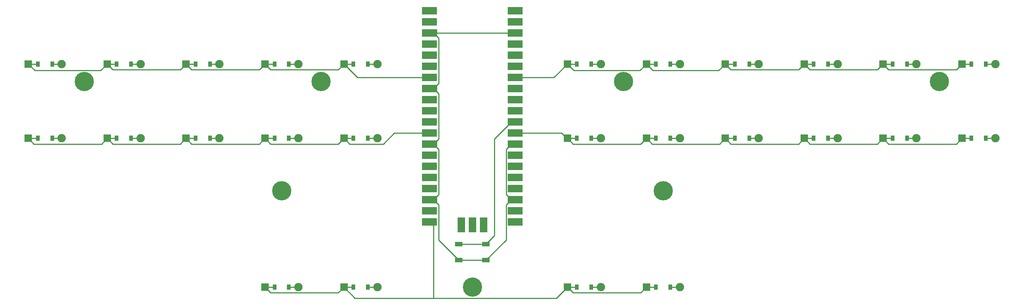
<source format=gbr>
%TF.GenerationSoftware,KiCad,Pcbnew,9.0.0*%
%TF.CreationDate,2025-03-09T18:38:06+01:00*%
%TF.ProjectId,pcb,7063622e-6b69-4636-9164-5f7063625858,v1.0.0*%
%TF.SameCoordinates,Original*%
%TF.FileFunction,Copper,L1,Top*%
%TF.FilePolarity,Positive*%
%FSLAX46Y46*%
G04 Gerber Fmt 4.6, Leading zero omitted, Abs format (unit mm)*
G04 Created by KiCad (PCBNEW 9.0.0) date 2025-03-09 18:38:06*
%MOMM*%
%LPD*%
G01*
G04 APERTURE LIST*
%TA.AperFunction,SMDPad,CuDef*%
%ADD10R,1.800000X1.100000*%
%TD*%
%TA.AperFunction,ComponentPad*%
%ADD11R,1.778000X1.778000*%
%TD*%
%TA.AperFunction,SMDPad,CuDef*%
%ADD12R,0.900000X1.200000*%
%TD*%
%TA.AperFunction,ComponentPad*%
%ADD13C,1.905000*%
%TD*%
%TA.AperFunction,ComponentPad*%
%ADD14C,0.700000*%
%TD*%
%TA.AperFunction,ComponentPad*%
%ADD15C,4.400000*%
%TD*%
%TA.AperFunction,ComponentPad*%
%ADD16O,1.700000X1.700000*%
%TD*%
%TA.AperFunction,SMDPad,CuDef*%
%ADD17R,3.500000X1.700000*%
%TD*%
%TA.AperFunction,ComponentPad*%
%ADD18R,1.700000X1.700000*%
%TD*%
%TA.AperFunction,SMDPad,CuDef*%
%ADD19R,1.700000X3.500000*%
%TD*%
%TA.AperFunction,Conductor*%
%ADD20C,0.250000*%
%TD*%
G04 APERTURE END LIST*
D10*
%TO.P,B1,1*%
%TO.N,GND*%
X200600000Y-132850000D03*
X194400000Y-132850000D03*
%TO.P,B1,2*%
%TO.N,RUN*%
X200600000Y-129150000D03*
X194400000Y-129150000D03*
%TD*%
D11*
%TO.P,D7,1*%
%TO.N,GP9*%
X150190000Y-105000000D03*
D12*
X152350000Y-105000000D03*
%TO.P,D7,2*%
%TO.N,index_bottom*%
X155650000Y-105000000D03*
D13*
X157810000Y-105000000D03*
%TD*%
D14*
%TO.P,_8,1*%
%TO.N,N/C*%
X195850000Y-139000000D03*
X196333274Y-137833274D03*
X196333274Y-140166726D03*
X197500000Y-137350000D03*
D15*
X197500000Y-139000000D03*
D14*
X197500000Y-140650000D03*
X198666726Y-137833274D03*
X198666726Y-140166726D03*
X199150000Y-139000000D03*
%TD*%
D11*
%TO.P,D14,1*%
%TO.N,GP28*%
X237190000Y-88000000D03*
D12*
X239350000Y-88000000D03*
%TO.P,D14,2*%
%TO.N,index_top*%
X242650000Y-88000000D03*
D13*
X244810000Y-88000000D03*
%TD*%
D11*
%TO.P,D18,1*%
%TO.N,GP28*%
X273190000Y-88000000D03*
D12*
X275350000Y-88000000D03*
%TO.P,D18,2*%
%TO.N,ring_top*%
X278650000Y-88000000D03*
D13*
X280810000Y-88000000D03*
%TD*%
D11*
%TO.P,D3,1*%
%TO.N,GP9*%
X114190000Y-105000000D03*
D12*
X116350000Y-105000000D03*
%TO.P,D3,2*%
%TO.N,ring_bottom*%
X119650000Y-105000000D03*
D13*
X121810000Y-105000000D03*
%TD*%
D11*
%TO.P,D6,1*%
%TO.N,GP5*%
X132190000Y-88000000D03*
D12*
X134350000Y-88000000D03*
%TO.P,D6,2*%
%TO.N,middle_top*%
X137650000Y-88000000D03*
D13*
X139810000Y-88000000D03*
%TD*%
D11*
%TO.P,D23,1*%
%TO.N,GP15*%
X150190000Y-139000000D03*
D12*
X152350000Y-139000000D03*
%TO.P,D23,2*%
%TO.N,outer_top*%
X155650000Y-139000000D03*
D13*
X157810000Y-139000000D03*
%TD*%
D11*
%TO.P,D17,1*%
%TO.N,GP22*%
X273190000Y-105000000D03*
D12*
X275350000Y-105000000D03*
%TO.P,D17,2*%
%TO.N,ring_bottom*%
X278650000Y-105000000D03*
D13*
X280810000Y-105000000D03*
%TD*%
D11*
%TO.P,D2,1*%
%TO.N,GP5*%
X96190000Y-88000000D03*
D12*
X98350000Y-88000000D03*
%TO.P,D2,2*%
%TO.N,pinky_top*%
X101650000Y-88000000D03*
D13*
X103810000Y-88000000D03*
%TD*%
D14*
%TO.P,_2,1*%
%TO.N,N/C*%
X107350000Y-92000000D03*
X107833274Y-90833274D03*
X107833274Y-93166726D03*
X109000000Y-90350000D03*
D15*
X109000000Y-92000000D03*
D14*
X109000000Y-93650000D03*
X110166726Y-90833274D03*
X110166726Y-93166726D03*
X110650000Y-92000000D03*
%TD*%
D11*
%TO.P,D16,1*%
%TO.N,GP28*%
X255190000Y-88000000D03*
D12*
X257350000Y-88000000D03*
%TO.P,D16,2*%
%TO.N,middle_top*%
X260650000Y-88000000D03*
D13*
X262810000Y-88000000D03*
%TD*%
D11*
%TO.P,D11,1*%
%TO.N,GP22*%
X219190000Y-105000000D03*
D12*
X221350000Y-105000000D03*
%TO.P,D11,2*%
%TO.N,inner_bottom*%
X224650000Y-105000000D03*
D13*
X226810000Y-105000000D03*
%TD*%
D14*
%TO.P,_6,1*%
%TO.N,N/C*%
X152350000Y-117000000D03*
X152833274Y-115833274D03*
X152833274Y-118166726D03*
X154000000Y-115350000D03*
D15*
X154000000Y-117000000D03*
D14*
X154000000Y-118650000D03*
X155166726Y-115833274D03*
X155166726Y-118166726D03*
X155650000Y-117000000D03*
%TD*%
D11*
%TO.P,D25,1*%
%TO.N,GP15*%
X219190000Y-139000000D03*
D12*
X221350000Y-139000000D03*
%TO.P,D25,2*%
%TO.N,inner_top*%
X224650000Y-139000000D03*
D13*
X226810000Y-139000000D03*
%TD*%
D11*
%TO.P,D21,1*%
%TO.N,GP22*%
X309190000Y-105000000D03*
D12*
X311350000Y-105000000D03*
%TO.P,D21,2*%
%TO.N,outer_bottom*%
X314650000Y-105000000D03*
D13*
X316810000Y-105000000D03*
%TD*%
D16*
%TO.P,_1,1*%
%TO.N,GP0*%
X188610000Y-75870000D03*
D17*
X187710000Y-75870000D03*
D16*
%TO.P,_1,2*%
%TO.N,GP1*%
X188610000Y-78410000D03*
D17*
X187710000Y-78410000D03*
D18*
%TO.P,_1,3*%
%TO.N,GND*%
X188610000Y-80950000D03*
D17*
X187710000Y-80950000D03*
D16*
%TO.P,_1,4*%
%TO.N,GP2*%
X188610000Y-83490000D03*
D17*
X187710000Y-83490000D03*
D16*
%TO.P,_1,5*%
%TO.N,GP3*%
X188610000Y-86030000D03*
D17*
X187710000Y-86030000D03*
D16*
%TO.P,_1,6*%
%TO.N,GP4*%
X188610000Y-88570000D03*
D17*
X187710000Y-88570000D03*
D16*
%TO.P,_1,7*%
%TO.N,GP5*%
X188610000Y-91110000D03*
D17*
X187710000Y-91110000D03*
D18*
%TO.P,_1,8*%
%TO.N,GND*%
X188610000Y-93650000D03*
D17*
X187710000Y-93650000D03*
D16*
%TO.P,_1,9*%
%TO.N,GP6*%
X188610000Y-96190000D03*
D17*
X187710000Y-96190000D03*
D16*
%TO.P,_1,10*%
%TO.N,GP7*%
X188610000Y-98730000D03*
D17*
X187710000Y-98730000D03*
D16*
%TO.P,_1,11*%
%TO.N,GP8*%
X188610000Y-101270000D03*
D17*
X187710000Y-101270000D03*
D16*
%TO.P,_1,12*%
%TO.N,GP9*%
X188610000Y-103810000D03*
D17*
X187710000Y-103810000D03*
D18*
%TO.P,_1,13*%
%TO.N,GND*%
X188610000Y-106350000D03*
D17*
X187710000Y-106350000D03*
D16*
%TO.P,_1,14*%
%TO.N,GP10*%
X188610000Y-108890000D03*
D17*
X187710000Y-108890000D03*
D16*
%TO.P,_1,15*%
%TO.N,GP11*%
X188610000Y-111430000D03*
D17*
X187710000Y-111430000D03*
D16*
%TO.P,_1,16*%
%TO.N,GP12*%
X188610000Y-113970000D03*
D17*
X187710000Y-113970000D03*
D16*
%TO.P,_1,17*%
%TO.N,GP13*%
X188610000Y-116510000D03*
D17*
X187710000Y-116510000D03*
D18*
%TO.P,_1,18*%
%TO.N,GND*%
X188610000Y-119050000D03*
D17*
X187710000Y-119050000D03*
D16*
%TO.P,_1,19*%
%TO.N,GP14*%
X188610000Y-121590000D03*
D17*
X187710000Y-121590000D03*
D16*
%TO.P,_1,20*%
%TO.N,GP15*%
X188610000Y-124130000D03*
D17*
X187710000Y-124130000D03*
D16*
%TO.P,_1,21*%
%TO.N,GP16*%
X206390000Y-124130000D03*
D17*
X207290000Y-124130000D03*
D16*
%TO.P,_1,22*%
%TO.N,GP17*%
X206390000Y-121590000D03*
D17*
X207290000Y-121590000D03*
D18*
%TO.P,_1,23*%
%TO.N,GND*%
X206390000Y-119050000D03*
D17*
X207290000Y-119050000D03*
D16*
%TO.P,_1,24*%
%TO.N,GP18*%
X206390000Y-116510000D03*
D17*
X207290000Y-116510000D03*
D16*
%TO.P,_1,25*%
%TO.N,GP19*%
X206390000Y-113970000D03*
D17*
X207290000Y-113970000D03*
D16*
%TO.P,_1,26*%
%TO.N,GP20*%
X206390000Y-111430000D03*
D17*
X207290000Y-111430000D03*
D16*
%TO.P,_1,27*%
%TO.N,GP21*%
X206390000Y-108890000D03*
D17*
X207290000Y-108890000D03*
D18*
%TO.P,_1,28*%
%TO.N,GND*%
X206390000Y-106350000D03*
D17*
X207290000Y-106350000D03*
D16*
%TO.P,_1,29*%
%TO.N,GP22*%
X206390000Y-103810000D03*
D17*
X207290000Y-103810000D03*
D16*
%TO.P,_1,30*%
%TO.N,RUN*%
X206390000Y-101270000D03*
D17*
X207290000Y-101270000D03*
D16*
%TO.P,_1,31*%
%TO.N,GP26*%
X206390000Y-98730000D03*
D17*
X207290000Y-98730000D03*
D16*
%TO.P,_1,32*%
%TO.N,GP27*%
X206390000Y-96190000D03*
D17*
X207290000Y-96190000D03*
D18*
%TO.P,_1,33*%
%TO.N,AGND*%
X206390000Y-93650000D03*
D17*
X207290000Y-93650000D03*
D16*
%TO.P,_1,34*%
%TO.N,GP28*%
X206390000Y-91110000D03*
D17*
X207290000Y-91110000D03*
D16*
%TO.P,_1,35*%
%TO.N,ADC_VREF*%
X206390000Y-88570000D03*
D17*
X207290000Y-88570000D03*
D16*
%TO.P,_1,36*%
%TO.N,3V3*%
X206390000Y-86030000D03*
D17*
X207290000Y-86030000D03*
D16*
%TO.P,_1,37*%
%TO.N,3V3_EN*%
X206390000Y-83490000D03*
D17*
X207290000Y-83490000D03*
D18*
%TO.P,_1,38*%
%TO.N,GND*%
X206390000Y-80950000D03*
D17*
X207290000Y-80950000D03*
D16*
%TO.P,_1,39*%
%TO.N,VSYS*%
X206390000Y-78410000D03*
D17*
X207290000Y-78410000D03*
D16*
%TO.P,_1,40*%
%TO.N,VBUS*%
X206390000Y-75870000D03*
D17*
X207290000Y-75870000D03*
D16*
%TO.P,_1,41*%
%TO.N,N/C*%
X194960000Y-123900000D03*
D19*
X194960000Y-124800000D03*
D18*
%TO.P,_1,42*%
X197500000Y-123900000D03*
D19*
X197500000Y-124800000D03*
D16*
%TO.P,_1,43*%
X200040000Y-123900000D03*
D19*
X200040000Y-124800000D03*
%TD*%
D14*
%TO.P,_4,1*%
%TO.N,N/C*%
X230350000Y-92000000D03*
X230833274Y-90833274D03*
X230833274Y-93166726D03*
X232000000Y-90350000D03*
D15*
X232000000Y-92000000D03*
D14*
X232000000Y-93650000D03*
X233166726Y-90833274D03*
X233166726Y-93166726D03*
X233650000Y-92000000D03*
%TD*%
D11*
%TO.P,D26,1*%
%TO.N,GP15*%
X237190000Y-139000000D03*
D12*
X239350000Y-139000000D03*
%TO.P,D26,2*%
%TO.N,outer_top*%
X242650000Y-139000000D03*
D13*
X244810000Y-139000000D03*
%TD*%
D11*
%TO.P,D22,1*%
%TO.N,GP28*%
X309190000Y-88000000D03*
D12*
X311350000Y-88000000D03*
%TO.P,D22,2*%
%TO.N,outer_top*%
X314650000Y-88000000D03*
D13*
X316810000Y-88000000D03*
%TD*%
D11*
%TO.P,D9,1*%
%TO.N,GP9*%
X168190000Y-105000000D03*
D12*
X170350000Y-105000000D03*
%TO.P,D9,2*%
%TO.N,inner_bottom*%
X173650000Y-105000000D03*
D13*
X175810000Y-105000000D03*
%TD*%
D11*
%TO.P,D10,1*%
%TO.N,GP5*%
X168190000Y-88000000D03*
D12*
X170350000Y-88000000D03*
%TO.P,D10,2*%
%TO.N,inner_top*%
X173650000Y-88000000D03*
D13*
X175810000Y-88000000D03*
%TD*%
D11*
%TO.P,D20,1*%
%TO.N,GP28*%
X291190000Y-88000000D03*
D12*
X293350000Y-88000000D03*
%TO.P,D20,2*%
%TO.N,pinky_top*%
X296650000Y-88000000D03*
D13*
X298810000Y-88000000D03*
%TD*%
D11*
%TO.P,D13,1*%
%TO.N,GP22*%
X237190000Y-105000000D03*
D12*
X239350000Y-105000000D03*
%TO.P,D13,2*%
%TO.N,index_bottom*%
X242650000Y-105000000D03*
D13*
X244810000Y-105000000D03*
%TD*%
D11*
%TO.P,D5,1*%
%TO.N,GP9*%
X132190000Y-105000000D03*
D12*
X134350000Y-105000000D03*
%TO.P,D5,2*%
%TO.N,middle_bottom*%
X137650000Y-105000000D03*
D13*
X139810000Y-105000000D03*
%TD*%
D11*
%TO.P,D4,1*%
%TO.N,GP5*%
X114190000Y-88000000D03*
D12*
X116350000Y-88000000D03*
%TO.P,D4,2*%
%TO.N,ring_top*%
X119650000Y-88000000D03*
D13*
X121810000Y-88000000D03*
%TD*%
D11*
%TO.P,D24,1*%
%TO.N,GP15*%
X168190000Y-139000000D03*
D12*
X170350000Y-139000000D03*
%TO.P,D24,2*%
%TO.N,inner_top*%
X173650000Y-139000000D03*
D13*
X175810000Y-139000000D03*
%TD*%
D14*
%TO.P,_3,1*%
%TO.N,N/C*%
X161350000Y-92000000D03*
X161833274Y-90833274D03*
X161833274Y-93166726D03*
X163000000Y-90350000D03*
D15*
X163000000Y-92000000D03*
D14*
X163000000Y-93650000D03*
X164166726Y-90833274D03*
X164166726Y-93166726D03*
X164650000Y-92000000D03*
%TD*%
D11*
%TO.P,D12,1*%
%TO.N,GP28*%
X219190000Y-88000000D03*
D12*
X221350000Y-88000000D03*
%TO.P,D12,2*%
%TO.N,inner_top*%
X224650000Y-88000000D03*
D13*
X226810000Y-88000000D03*
%TD*%
D11*
%TO.P,D19,1*%
%TO.N,GP22*%
X291190000Y-105000000D03*
D12*
X293350000Y-105000000D03*
%TO.P,D19,2*%
%TO.N,pinky_bottom*%
X296650000Y-105000000D03*
D13*
X298810000Y-105000000D03*
%TD*%
D11*
%TO.P,D8,1*%
%TO.N,GP5*%
X150190000Y-88000000D03*
D12*
X152350000Y-88000000D03*
%TO.P,D8,2*%
%TO.N,index_top*%
X155650000Y-88000000D03*
D13*
X157810000Y-88000000D03*
%TD*%
D11*
%TO.P,D1,1*%
%TO.N,GP9*%
X96190000Y-105000000D03*
D12*
X98350000Y-105000000D03*
%TO.P,D1,2*%
%TO.N,pinky_bottom*%
X101650000Y-105000000D03*
D13*
X103810000Y-105000000D03*
%TD*%
D11*
%TO.P,D15,1*%
%TO.N,GP22*%
X255190000Y-105000000D03*
D12*
X257350000Y-105000000D03*
%TO.P,D15,2*%
%TO.N,middle_bottom*%
X260650000Y-105000000D03*
D13*
X262810000Y-105000000D03*
%TD*%
D14*
%TO.P,_5,1*%
%TO.N,N/C*%
X302350000Y-92000000D03*
X302833274Y-90833274D03*
X302833274Y-93166726D03*
X304000000Y-90350000D03*
D15*
X304000000Y-92000000D03*
D14*
X304000000Y-93650000D03*
X305166726Y-90833274D03*
X305166726Y-93166726D03*
X305650000Y-92000000D03*
%TD*%
%TO.P,_7,1*%
%TO.N,N/C*%
X239350000Y-117000000D03*
X239833274Y-115833274D03*
X239833274Y-118166726D03*
X241000000Y-115350000D03*
D15*
X241000000Y-117000000D03*
D14*
X241000000Y-118650000D03*
X242166726Y-115833274D03*
X242166726Y-118166726D03*
X242650000Y-117000000D03*
%TD*%
D20*
%TO.N,pinky_bottom*%
X101650000Y-105000000D02*
X103810000Y-105000000D01*
X296650000Y-105000000D02*
X298810000Y-105000000D01*
%TO.N,pinky_top*%
X101650000Y-88000000D02*
X103810000Y-88000000D01*
X296650000Y-88000000D02*
X298810000Y-88000000D01*
%TO.N,ring_bottom*%
X278650000Y-105000000D02*
X280810000Y-105000000D01*
X119650000Y-105000000D02*
X121810000Y-105000000D01*
%TO.N,ring_top*%
X119650000Y-88000000D02*
X121810000Y-88000000D01*
X278650000Y-88000000D02*
X280810000Y-88000000D01*
%TO.N,middle_bottom*%
X260650000Y-105000000D02*
X262810000Y-105000000D01*
X137650000Y-105000000D02*
X139810000Y-105000000D01*
%TO.N,middle_top*%
X137650000Y-88000000D02*
X139810000Y-88000000D01*
X260650000Y-88000000D02*
X262810000Y-88000000D01*
%TO.N,index_bottom*%
X242650000Y-105000000D02*
X244810000Y-105000000D01*
X155650000Y-105000000D02*
X157810000Y-105000000D01*
%TO.N,index_top*%
X155650000Y-88000000D02*
X157810000Y-88000000D01*
X242650000Y-88000000D02*
X244810000Y-88000000D01*
%TO.N,inner_bottom*%
X224650000Y-105000000D02*
X226810000Y-105000000D01*
X173650000Y-105000000D02*
X175810000Y-105000000D01*
%TO.N,inner_top*%
X173650000Y-88000000D02*
X175810000Y-88000000D01*
X173650000Y-139000000D02*
X175810000Y-139000000D01*
X224650000Y-139000000D02*
X226810000Y-139000000D01*
X224650000Y-88000000D02*
X226810000Y-88000000D01*
%TO.N,outer_bottom*%
X314650000Y-105000000D02*
X316810000Y-105000000D01*
%TO.N,outer_top*%
X314650000Y-88000000D02*
X316810000Y-88000000D01*
X155650000Y-139000000D02*
X157810000Y-139000000D01*
X242650000Y-139000000D02*
X244810000Y-139000000D01*
%TO.N,GP9*%
X133468500Y-106278500D02*
X148911500Y-106278500D01*
X132190000Y-105000000D02*
X134350000Y-105000000D01*
X169468500Y-106278500D02*
X177221500Y-106278500D01*
X168190000Y-105000000D02*
X169468500Y-106278500D01*
X151468500Y-106278500D02*
X166911500Y-106278500D01*
X188610000Y-103810000D02*
X179690000Y-103810000D01*
X166911500Y-106278500D02*
X168190000Y-105000000D01*
X96190000Y-105000000D02*
X97468500Y-106278500D01*
X114190000Y-105000000D02*
X115468500Y-106278500D01*
X115468500Y-106278500D02*
X130911500Y-106278500D01*
X150190000Y-105000000D02*
X152350000Y-105000000D01*
X150190000Y-105000000D02*
X151468500Y-106278500D01*
X112911500Y-106278500D02*
X114190000Y-105000000D01*
X179690000Y-103810000D02*
X177221500Y-106278500D01*
X114190000Y-105000000D02*
X116350000Y-105000000D01*
X130911500Y-106278500D02*
X132190000Y-105000000D01*
X132190000Y-105000000D02*
X133468500Y-106278500D01*
X148911500Y-106278500D02*
X150190000Y-105000000D01*
X168190000Y-105000000D02*
X170350000Y-105000000D01*
X96190000Y-105000000D02*
X98350000Y-105000000D01*
X97468500Y-106278500D02*
X112911500Y-106278500D01*
%TO.N,GP5*%
X112716000Y-89474000D02*
X114190000Y-88000000D01*
X168190000Y-88000000D02*
X166911500Y-89278500D01*
X96190000Y-88000000D02*
X98350000Y-88000000D01*
X96190000Y-88000000D02*
X97664000Y-89474000D01*
X132190000Y-88000000D02*
X134350000Y-88000000D01*
X151468500Y-89278500D02*
X150190000Y-88000000D01*
X166911500Y-89278500D02*
X151468500Y-89278500D01*
X97664000Y-89474000D02*
X112716000Y-89474000D01*
X168190000Y-88000000D02*
X170350000Y-88000000D01*
X133468500Y-89278500D02*
X148911500Y-89278500D01*
X150190000Y-88000000D02*
X152350000Y-88000000D01*
X132190000Y-88000000D02*
X133468500Y-89278500D01*
X188610000Y-91110000D02*
X171300000Y-91110000D01*
X148911500Y-89278500D02*
X150190000Y-88000000D01*
X114190000Y-88000000D02*
X116350000Y-88000000D01*
X171300000Y-91110000D02*
X168190000Y-88000000D01*
X130911500Y-89278500D02*
X132190000Y-88000000D01*
X115468500Y-89278500D02*
X130911500Y-89278500D01*
X114190000Y-88000000D02*
X115468500Y-89278500D01*
%TO.N,GP22*%
X273190000Y-105000000D02*
X271911500Y-106278500D01*
X274468500Y-106278500D02*
X273190000Y-105000000D01*
X255190000Y-105000000D02*
X253911500Y-106278500D01*
X273190000Y-105000000D02*
X275350000Y-105000000D01*
X206390000Y-103810000D02*
X217810000Y-103810000D01*
X309190000Y-105000000D02*
X311350000Y-105000000D01*
X291190000Y-105000000D02*
X293350000Y-105000000D01*
X309190000Y-105000000D02*
X307911500Y-106278500D01*
X237190000Y-105000000D02*
X239350000Y-105000000D01*
X237190000Y-105000000D02*
X235911500Y-106278500D01*
X256468500Y-106278500D02*
X255190000Y-105000000D01*
X217810000Y-103810000D02*
X219000000Y-105000000D01*
X292468500Y-106278500D02*
X291190000Y-105000000D01*
X291190000Y-105000000D02*
X289911500Y-106278500D01*
X220468500Y-106278500D02*
X219190000Y-105000000D01*
X219000000Y-105000000D02*
X219190000Y-105000000D01*
X289911500Y-106278500D02*
X274468500Y-106278500D01*
X253911500Y-106278500D02*
X238468500Y-106278500D01*
X307911500Y-106278500D02*
X292468500Y-106278500D01*
X255190000Y-105000000D02*
X257350000Y-105000000D01*
X235911500Y-106278500D02*
X220468500Y-106278500D01*
X271911500Y-106278500D02*
X256468500Y-106278500D01*
X238468500Y-106278500D02*
X237190000Y-105000000D01*
X219190000Y-105000000D02*
X221350000Y-105000000D01*
%TO.N,GP28*%
X273190000Y-88000000D02*
X275350000Y-88000000D01*
X237190000Y-88000000D02*
X238690000Y-89500000D01*
X273190000Y-88000000D02*
X274468500Y-89278500D01*
X237190000Y-88000000D02*
X239350000Y-88000000D01*
X219190000Y-88000000D02*
X216080000Y-91110000D01*
X238690000Y-89500000D02*
X253690000Y-89500000D01*
X256468500Y-89278500D02*
X271911500Y-89278500D01*
X216080000Y-91110000D02*
X206390000Y-91110000D01*
X291190000Y-88000000D02*
X293350000Y-88000000D01*
X219190000Y-88000000D02*
X220664000Y-89474000D01*
X291190000Y-88000000D02*
X292468500Y-89278500D01*
X271911500Y-89278500D02*
X273190000Y-88000000D01*
X235716000Y-89474000D02*
X237190000Y-88000000D01*
X307911500Y-89278500D02*
X309190000Y-88000000D01*
X289911500Y-89278500D02*
X291190000Y-88000000D01*
X255190000Y-88000000D02*
X256468500Y-89278500D01*
X274468500Y-89278500D02*
X289911500Y-89278500D01*
X219190000Y-88000000D02*
X221350000Y-88000000D01*
X292468500Y-89278500D02*
X307911500Y-89278500D01*
X220664000Y-89474000D02*
X235716000Y-89474000D01*
X253690000Y-89500000D02*
X255190000Y-88000000D01*
X309190000Y-88000000D02*
X311350000Y-88000000D01*
X255190000Y-88000000D02*
X257350000Y-88000000D01*
%TO.N,GP15*%
X150190000Y-139000000D02*
X151468500Y-140278500D01*
X220468500Y-140278500D02*
X219190000Y-139000000D01*
X219190000Y-139000000D02*
X221350000Y-139000000D01*
X188500000Y-141526000D02*
X216664000Y-141526000D01*
X166911500Y-140278500D02*
X168190000Y-139000000D01*
X235911500Y-140278500D02*
X220468500Y-140278500D01*
X237190000Y-139000000D02*
X239350000Y-139000000D01*
X170716000Y-141526000D02*
X188500000Y-141526000D01*
X150190000Y-139000000D02*
X152350000Y-139000000D01*
X168190000Y-139000000D02*
X170350000Y-139000000D01*
X168190000Y-139000000D02*
X170716000Y-141526000D01*
X188610000Y-141416000D02*
X188500000Y-141526000D01*
X216664000Y-141526000D02*
X219190000Y-139000000D01*
X188610000Y-124130000D02*
X188610000Y-141416000D01*
X151468500Y-140278500D02*
X166911500Y-140278500D01*
X237190000Y-139000000D02*
X235911500Y-140278500D01*
%TO.N,RUN*%
X206390000Y-101270000D02*
X202500000Y-105160000D01*
X202500000Y-127250000D02*
X200600000Y-129150000D01*
X194400000Y-129150000D02*
X200600000Y-129150000D01*
X202500000Y-105160000D02*
X202500000Y-127250000D01*
%TO.N,GND*%
X188610000Y-106350000D02*
X189786000Y-105174000D01*
X189786000Y-117874000D02*
X189786000Y-107526000D01*
X189786000Y-128236000D02*
X189786000Y-120226000D01*
X205214000Y-120226000D02*
X206390000Y-119050000D01*
X205214000Y-107526000D02*
X206390000Y-106350000D01*
X188610000Y-93650000D02*
X189786000Y-92474000D01*
X189786000Y-92474000D02*
X189786000Y-82126000D01*
X188610000Y-119050000D02*
X189786000Y-117874000D01*
X194400000Y-132850000D02*
X189786000Y-128236000D01*
X189786000Y-105174000D02*
X189786000Y-94826000D01*
X205214000Y-128236000D02*
X205214000Y-120226000D01*
X189786000Y-120226000D02*
X188610000Y-119050000D01*
X200600000Y-132850000D02*
X205214000Y-128236000D01*
X189786000Y-94826000D02*
X188610000Y-93650000D01*
X205214000Y-117874000D02*
X205214000Y-107526000D01*
X206390000Y-119050000D02*
X205214000Y-117874000D01*
X189786000Y-82126000D02*
X188610000Y-80950000D01*
X194400000Y-132850000D02*
X200600000Y-132850000D01*
X189786000Y-107526000D02*
X188610000Y-106350000D01*
X188610000Y-80950000D02*
X206390000Y-80950000D01*
%TD*%
M02*

</source>
